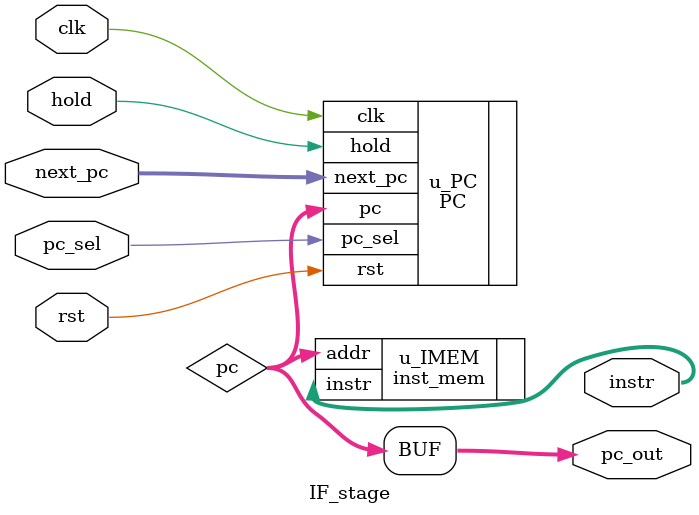
<source format=v>
`timescale 1ns / 1ps

module IF_stage (
    input  wire        clk,         // Clock signal
    input  wire        rst,         // Active-high reset
    input  wire        hold,        // Stall signal from pipeline
    input  wire        pc_sel,      // PC select: 0 = PC+4, 1 = next_pc (branch/jump)
    input  wire [31:0] next_pc,     // Target PC for branch/jump
    output wire [31:0] instr,       // Instruction fetched from memory
    output wire [31:0] pc_out       // Current Program Counter
);

    //==========================================================
    // Instantiate Program Counter (PC)
    //==========================================================
    wire [31:0] pc;

    PC u_PC (
        .clk(clk),
        .rst(rst),
        .hold(hold),
        .pc_sel(pc_sel),
        .next_pc(next_pc),
        .pc(pc)
    );

    //==========================================================
    // Instantiate Instruction Memory
    //==========================================================
    inst_mem u_IMEM (
        .addr(pc),
        .instr(instr)
    );

    //==========================================================
    // Output Current PC Value
    //==========================================================
    assign pc_out = pc;

endmodule

</source>
